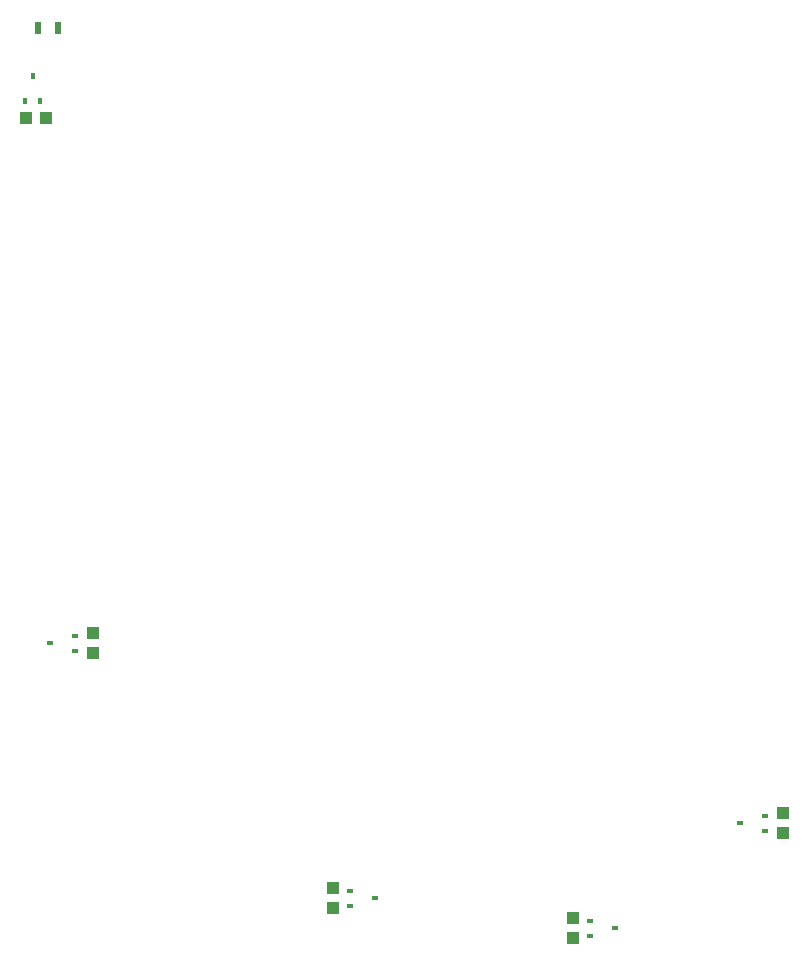
<source format=gbr>
G04 EAGLE Gerber RS-274X export*
G75*
%MOMM*%
%FSLAX34Y34*%
%LPD*%
%INSolderpaste Bottom*%
%IPPOS*%
%AMOC8*
5,1,8,0,0,1.08239X$1,22.5*%
G01*
%ADD10R,0.600000X0.400000*%
%ADD11R,1.000000X1.100000*%
%ADD12R,1.100000X1.000000*%
%ADD13R,0.553200X1.000000*%
%ADD14R,0.400000X0.600000*%


D10*
X611800Y82400D03*
X611800Y95400D03*
X632800Y88900D03*
X759800Y184300D03*
X759800Y171300D03*
X738800Y177800D03*
X175600Y336700D03*
X175600Y323700D03*
X154600Y330200D03*
D11*
X393700Y105800D03*
X393700Y122800D03*
X596900Y80400D03*
X596900Y97400D03*
X774700Y186300D03*
X774700Y169300D03*
X190500Y338700D03*
X190500Y321700D03*
D12*
X150740Y774700D03*
X133740Y774700D03*
D13*
X144134Y850900D03*
X160666Y850900D03*
D10*
X408600Y107800D03*
X408600Y120800D03*
X429600Y114300D03*
D14*
X146200Y789600D03*
X133200Y789600D03*
X139700Y810600D03*
M02*

</source>
